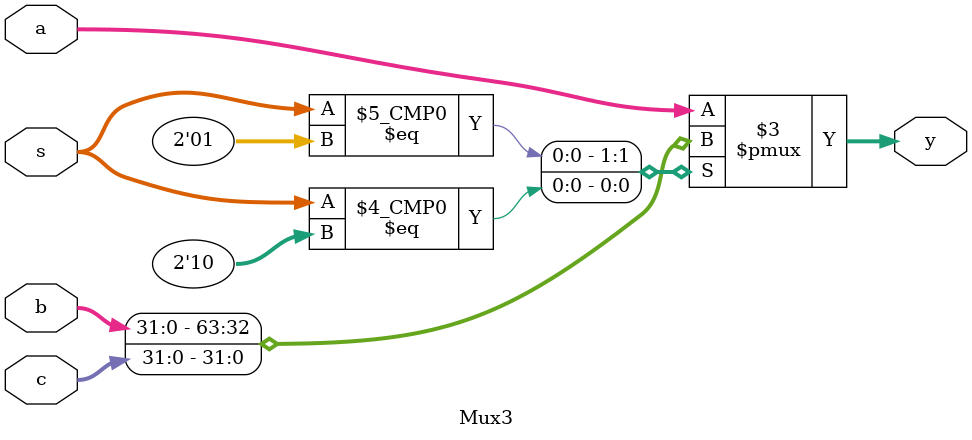
<source format=v>
module Mux3(a, b, c, s, y);
    input [31:0] a, b, c;
    input [1:0] s;
    output reg [31:0] y;
    
    always @(*) begin
        case(s)
            2'b00: y = a;
            2'b01: y = b;
            2'b10: y = c;
            default: y = a;
        endcase
    end
endmodule
</source>
